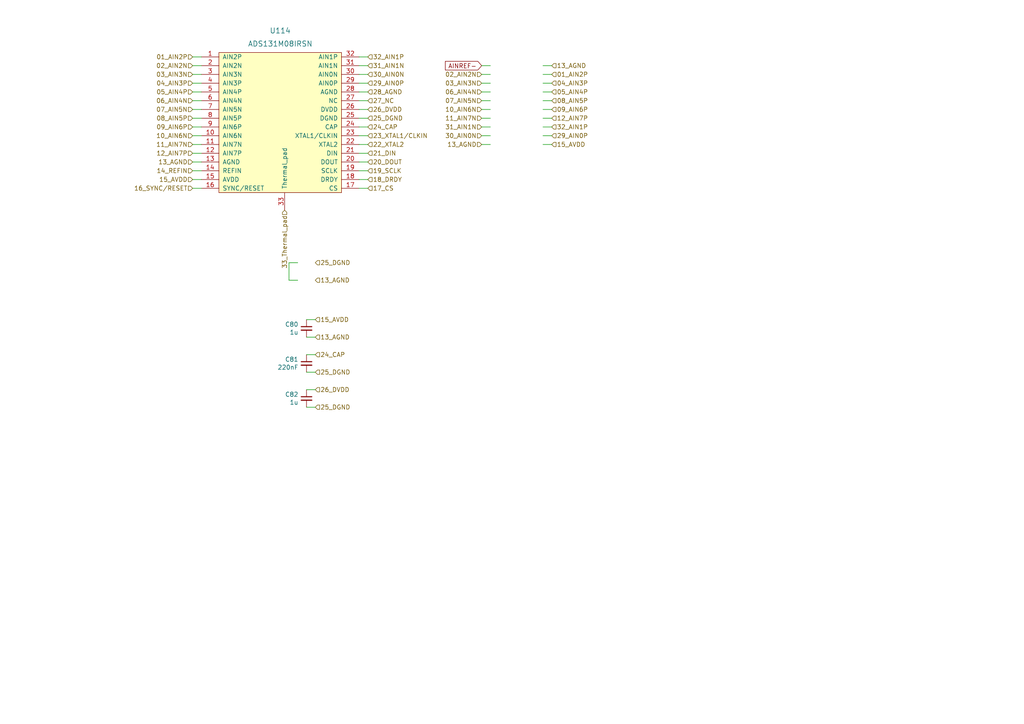
<source format=kicad_sch>
(kicad_sch (version 20210621) (generator eeschema)
  (paper "A4")
  (lib_symbols
    (symbol "FreeEEG32-ads131-rescue:C_Small-Device" (pin_numbers hide) (pin_names (offset 0.254) hide)
      (property "Reference" "C" (at 0.254 1.778 0))
      (property "Value" "C_Small-Device" (at 0.254 -2.032 0))
      (symbol "C_Small-Device_0_1"
        (polyline (pts (xy -1.524 -0.508) (xy 1.524 -0.508)) (stroke (width 0.3302)))
        (polyline (pts (xy -1.524 0.508) (xy 1.524 0.508)) (stroke (width 0.3048)))
      )
      (symbol "C_Small-Device_1_1"
        (pin passive line (at 0 2.54 270) (length 2.032) (name "~") (number "1"))
        (pin passive line (at 0 -2.54 90) (length 2.032) (name "~") (number "2"))
      )
    )
    (symbol "ads131:ADS131M08IPBS" (pin_names (offset 1.016))
      (property "Reference" "U?" (at -1.27 44.45 0))
      (property "Value" "ADS131M08IPBS" (at -1.27 40.64 0))
      (symbol "ADS131M08IPBS_0_1"
        (rectangle (start -19.05 39.37) (end 16.51 -1.27) (fill (type background)))
      )
      (symbol "ADS131M08IPBS_1_1"
        (pin input line (at -24.13 38.1 0) (length 5.08) (name "AIN2P") (number "1"))
        (pin input line (at -24.13 15.24 0) (length 5.08) (name "AIN6N") (number "10"))
        (pin input line (at -24.13 12.7 0) (length 5.08) (name "AIN7N") (number "11"))
        (pin input line (at -24.13 10.16 0) (length 5.08) (name "AIN7P") (number "12"))
        (pin input line (at -24.13 7.62 0) (length 5.08) (name "AGND") (number "13"))
        (pin input line (at -24.13 5.08 0) (length 5.08) (name "REFIN") (number "14"))
        (pin input line (at -24.13 2.54 0) (length 5.08) (name "AVDD") (number "15"))
        (pin input line (at -24.13 0 0) (length 5.08) (name "SYNC/RESET") (number "16"))
        (pin input line (at 21.59 0 180) (length 5.08) (name "CS") (number "17"))
        (pin input line (at 21.59 2.54 180) (length 5.08) (name "DRDY") (number "18"))
        (pin input line (at 21.59 5.08 180) (length 5.08) (name "SCLK") (number "19"))
        (pin input line (at -24.13 35.56 0) (length 5.08) (name "AIN2N") (number "2"))
        (pin input line (at 21.59 7.62 180) (length 5.08) (name "DOUT") (number "20"))
        (pin input line (at 21.59 10.16 180) (length 5.08) (name "DIN") (number "21"))
        (pin input line (at 21.59 12.7 180) (length 5.08) (name "XTAL2") (number "22"))
        (pin input line (at 21.59 15.24 180) (length 5.08) (name "XTAL1/CLKIN") (number "23"))
        (pin input line (at 21.59 17.78 180) (length 5.08) (name "CAP") (number "24"))
        (pin input line (at 21.59 20.32 180) (length 5.08) (name "DGND") (number "25"))
        (pin input line (at 21.59 22.86 180) (length 5.08) (name "DVDD") (number "26"))
        (pin input line (at 21.59 25.4 180) (length 5.08) (name "NC") (number "27"))
        (pin input line (at 21.59 27.94 180) (length 5.08) (name "AGND") (number "28"))
        (pin input line (at 21.59 30.48 180) (length 5.08) (name "AIN0P") (number "29"))
        (pin input line (at -24.13 33.02 0) (length 5.08) (name "AIN3N") (number "3"))
        (pin input line (at 21.59 33.02 180) (length 5.08) (name "AIN0N") (number "30"))
        (pin input line (at 21.59 35.56 180) (length 5.08) (name "AIN1N") (number "31"))
        (pin input line (at 21.59 38.1 180) (length 5.08) (name "AIN1P") (number "32"))
        (pin input line (at 0 -6.35 90) (length 5.08) (name "Thermal_pad") (number "33"))
        (pin input line (at -24.13 30.48 0) (length 5.08) (name "AIN3P") (number "4"))
        (pin input line (at -24.13 27.94 0) (length 5.08) (name "AIN4P") (number "5"))
        (pin input line (at -24.13 25.4 0) (length 5.08) (name "AIN4N") (number "6"))
        (pin input line (at -24.13 22.86 0) (length 5.08) (name "AIN5N") (number "7"))
        (pin input line (at -24.13 20.32 0) (length 5.08) (name "AIN5P") (number "8"))
        (pin input line (at -24.13 17.78 0) (length 5.08) (name "AIN6P") (number "9"))
      )
    )
  )
  (wire (pts (xy 55.88 16.51) (xy 58.42 16.51)))
  (wire (pts (xy 55.88 19.05) (xy 58.42 19.05)))
  (wire (pts (xy 55.88 21.59) (xy 58.42 21.59)))
  (wire (pts (xy 55.88 24.13) (xy 58.42 24.13)))
  (wire (pts (xy 55.88 29.21) (xy 58.42 29.21)))
  (wire (pts (xy 55.88 31.75) (xy 58.42 31.75)))
  (wire (pts (xy 55.88 34.29) (xy 58.42 34.29)))
  (wire (pts (xy 55.88 36.83) (xy 58.42 36.83)))
  (wire (pts (xy 55.88 39.37) (xy 58.42 39.37)))
  (wire (pts (xy 55.88 41.91) (xy 58.42 41.91)))
  (wire (pts (xy 55.88 44.45) (xy 58.42 44.45)))
  (wire (pts (xy 55.88 46.99) (xy 58.42 46.99)))
  (wire (pts (xy 55.88 49.53) (xy 58.42 49.53)))
  (wire (pts (xy 55.88 52.07) (xy 58.42 52.07)))
  (wire (pts (xy 55.88 54.61) (xy 58.42 54.61)))
  (wire (pts (xy 58.42 26.67) (xy 55.88 26.67)))
  (wire (pts (xy 83.82 76.2) (xy 83.82 81.28)))
  (wire (pts (xy 83.82 81.28) (xy 86.36 81.28)))
  (wire (pts (xy 86.36 76.2) (xy 83.82 76.2)))
  (wire (pts (xy 91.44 92.71) (xy 88.9 92.71)))
  (wire (pts (xy 91.44 97.79) (xy 88.9 97.79)))
  (wire (pts (xy 91.44 102.87) (xy 88.9 102.87)))
  (wire (pts (xy 91.44 107.95) (xy 88.9 107.95)))
  (wire (pts (xy 91.44 113.03) (xy 88.9 113.03)))
  (wire (pts (xy 91.44 118.11) (xy 88.9 118.11)))
  (wire (pts (xy 104.14 16.51) (xy 106.68 16.51)))
  (wire (pts (xy 104.14 19.05) (xy 106.68 19.05)))
  (wire (pts (xy 104.14 21.59) (xy 106.68 21.59)))
  (wire (pts (xy 104.14 24.13) (xy 106.68 24.13)))
  (wire (pts (xy 104.14 29.21) (xy 106.68 29.21)))
  (wire (pts (xy 104.14 31.75) (xy 106.68 31.75)))
  (wire (pts (xy 104.14 34.29) (xy 106.68 34.29)))
  (wire (pts (xy 104.14 36.83) (xy 106.68 36.83)))
  (wire (pts (xy 104.14 39.37) (xy 106.68 39.37)))
  (wire (pts (xy 104.14 41.91) (xy 106.68 41.91)))
  (wire (pts (xy 104.14 44.45) (xy 106.68 44.45)))
  (wire (pts (xy 104.14 46.99) (xy 106.68 46.99)))
  (wire (pts (xy 104.14 49.53) (xy 106.68 49.53)))
  (wire (pts (xy 104.14 52.07) (xy 106.68 52.07)))
  (wire (pts (xy 104.14 54.61) (xy 106.68 54.61)))
  (wire (pts (xy 106.68 26.67) (xy 104.14 26.67)))
  (wire (pts (xy 139.7 21.59) (xy 142.24 21.59)))
  (wire (pts (xy 139.7 24.13) (xy 142.24 24.13)))
  (wire (pts (xy 139.7 26.67) (xy 142.24 26.67)))
  (wire (pts (xy 139.7 29.21) (xy 142.24 29.21)))
  (wire (pts (xy 139.7 31.75) (xy 142.24 31.75)))
  (wire (pts (xy 139.7 34.29) (xy 142.24 34.29)))
  (wire (pts (xy 139.7 36.83) (xy 142.24 36.83)))
  (wire (pts (xy 139.7 39.37) (xy 142.24 39.37)))
  (wire (pts (xy 142.24 19.05) (xy 139.7 19.05)))
  (wire (pts (xy 142.24 41.91) (xy 139.7 41.91)))
  (wire (pts (xy 160.02 19.05) (xy 157.48 19.05)))
  (wire (pts (xy 160.02 21.59) (xy 157.48 21.59)))
  (wire (pts (xy 160.02 24.13) (xy 157.48 24.13)))
  (wire (pts (xy 160.02 26.67) (xy 157.48 26.67)))
  (wire (pts (xy 160.02 29.21) (xy 157.48 29.21)))
  (wire (pts (xy 160.02 31.75) (xy 157.48 31.75)))
  (wire (pts (xy 160.02 34.29) (xy 157.48 34.29)))
  (wire (pts (xy 160.02 36.83) (xy 157.48 36.83)))
  (wire (pts (xy 160.02 39.37) (xy 157.48 39.37)))
  (wire (pts (xy 160.02 41.91) (xy 157.48 41.91)))
  (global_label "AINREF-" (shape input) (at 139.7 19.05 180) (property "Intersheet References" "${INTERSHEET_REFS}" (effects hide)))
  (hierarchical_label "01_AIN2P" (shape input) (at 55.88 16.51 180))
  (hierarchical_label "02_AIN2N" (shape input) (at 55.88 19.05 180))
  (hierarchical_label "03_AIN3N" (shape input) (at 55.88 21.59 180))
  (hierarchical_label "04_AIN3P" (shape input) (at 55.88 24.13 180))
  (hierarchical_label "05_AIN4P" (shape input) (at 55.88 26.67 180))
  (hierarchical_label "06_AIN4N" (shape input) (at 55.88 29.21 180))
  (hierarchical_label "07_AIN5N" (shape input) (at 55.88 31.75 180))
  (hierarchical_label "08_AIN5P" (shape input) (at 55.88 34.29 180))
  (hierarchical_label "09_AIN6P" (shape input) (at 55.88 36.83 180))
  (hierarchical_label "10_AIN6N" (shape input) (at 55.88 39.37 180))
  (hierarchical_label "11_AIN7N" (shape input) (at 55.88 41.91 180))
  (hierarchical_label "12_AIN7P" (shape input) (at 55.88 44.45 180))
  (hierarchical_label "13_AGND" (shape input) (at 55.88 46.99 180))
  (hierarchical_label "14_REFIN" (shape input) (at 55.88 49.53 180))
  (hierarchical_label "15_AVDD" (shape input) (at 55.88 52.07 180))
  (hierarchical_label "16_SYNC{slash}RESET" (shape input) (at 55.88 54.61 180))
  (hierarchical_label "33_Thermal_pad" (shape input) (at 82.55 60.96 270))
  (hierarchical_label "25_DGND" (shape input) (at 91.44 76.2 0))
  (hierarchical_label "13_AGND" (shape input) (at 91.44 81.28 0))
  (hierarchical_label "15_AVDD" (shape input) (at 91.44 92.71 0))
  (hierarchical_label "13_AGND" (shape input) (at 91.44 97.79 0))
  (hierarchical_label "24_CAP" (shape input) (at 91.44 102.87 0))
  (hierarchical_label "25_DGND" (shape input) (at 91.44 107.95 0))
  (hierarchical_label "26_DVDD" (shape input) (at 91.44 113.03 0))
  (hierarchical_label "25_DGND" (shape input) (at 91.44 118.11 0))
  (hierarchical_label "32_AIN1P" (shape input) (at 106.68 16.51 0))
  (hierarchical_label "31_AIN1N" (shape input) (at 106.68 19.05 0))
  (hierarchical_label "30_AIN0N" (shape input) (at 106.68 21.59 0))
  (hierarchical_label "29_AIN0P" (shape input) (at 106.68 24.13 0))
  (hierarchical_label "28_AGND" (shape input) (at 106.68 26.67 0))
  (hierarchical_label "27_NC" (shape input) (at 106.68 29.21 0))
  (hierarchical_label "26_DVDD" (shape input) (at 106.68 31.75 0))
  (hierarchical_label "25_DGND" (shape input) (at 106.68 34.29 0))
  (hierarchical_label "24_CAP" (shape input) (at 106.68 36.83 0))
  (hierarchical_label "23_XTAL1{slash}CLKIN" (shape input) (at 106.68 39.37 0))
  (hierarchical_label "22_XTAL2" (shape input) (at 106.68 41.91 0))
  (hierarchical_label "21_DIN" (shape input) (at 106.68 44.45 0))
  (hierarchical_label "20_DOUT" (shape input) (at 106.68 46.99 0))
  (hierarchical_label "19_SCLK" (shape input) (at 106.68 49.53 0))
  (hierarchical_label "18_DRDY" (shape input) (at 106.68 52.07 0))
  (hierarchical_label "17_CS" (shape input) (at 106.68 54.61 0))
  (hierarchical_label "02_AIN2N" (shape input) (at 139.7 21.59 180))
  (hierarchical_label "03_AIN3N" (shape input) (at 139.7 24.13 180))
  (hierarchical_label "06_AIN4N" (shape input) (at 139.7 26.67 180))
  (hierarchical_label "07_AIN5N" (shape input) (at 139.7 29.21 180))
  (hierarchical_label "10_AIN6N" (shape input) (at 139.7 31.75 180))
  (hierarchical_label "11_AIN7N" (shape input) (at 139.7 34.29 180))
  (hierarchical_label "31_AIN1N" (shape input) (at 139.7 36.83 180))
  (hierarchical_label "30_AIN0N" (shape input) (at 139.7 39.37 180))
  (hierarchical_label "13_AGND" (shape input) (at 139.7 41.91 180))
  (hierarchical_label "13_AGND" (shape input) (at 160.02 19.05 0))
  (hierarchical_label "01_AIN2P" (shape input) (at 160.02 21.59 0))
  (hierarchical_label "04_AIN3P" (shape input) (at 160.02 24.13 0))
  (hierarchical_label "05_AIN4P" (shape input) (at 160.02 26.67 0))
  (hierarchical_label "08_AIN5P" (shape input) (at 160.02 29.21 0))
  (hierarchical_label "09_AIN6P" (shape input) (at 160.02 31.75 0))
  (hierarchical_label "12_AIN7P" (shape input) (at 160.02 34.29 0))
  (hierarchical_label "32_AIN1P" (shape input) (at 160.02 36.83 0))
  (hierarchical_label "29_AIN0P" (shape input) (at 160.02 39.37 0))
  (hierarchical_label "15_AVDD" (shape input) (at 160.02 41.91 0))
  (symbol (lib_id "FreeEEG32-ads131-rescue:C_Small-Device") (at 88.9 95.25 0) (mirror y) (unit 1)
    (property "Reference" "C80" (at 86.5632 94.0816 0) (effects (justify left)))
    (property "Value" "1u" (at 86.5632 96.393 0) (effects (justify left)))
    (property "Footprint" "Capacitor_SMD:C_0402_1005Metric" (effects hide))
    (property "Datasheet" "C0G" (effects hide))
    (property "MNP" "CL05A105KO5NNNC" (effects hide))
  )
  (symbol (lib_id "FreeEEG32-ads131-rescue:C_Small-Device") (at 88.9 105.41 0) (mirror y) (unit 1)
    (property "Reference" "C81" (at 86.5632 104.2416 0) (effects (justify left)))
    (property "Value" "220nF" (at 86.5632 106.553 0) (effects (justify left)))
    (property "Footprint" "Capacitor_SMD:C_0402_1005Metric" (effects hide))
    (property "Datasheet" "X7R, not Y5V" (effects hide))
    (property "MNP" "CL05A105KO5NNNC" (effects hide))
  )
  (symbol (lib_id "FreeEEG32-ads131-rescue:C_Small-Device") (at 88.9 115.57 0) (mirror y) (unit 1)
    (property "Reference" "C82" (at 86.5632 114.4016 0) (effects (justify left)))
    (property "Value" "1u" (at 86.5632 116.713 0) (effects (justify left)))
    (property "Footprint" "Capacitor_SMD:C_0402_1005Metric" (effects hide))
    (property "Datasheet" "X7R, not Y5V" (effects hide))
    (property "MNP" "CL05A105KO5NNNC" (effects hide))
  )
  (symbol (lib_id "ads131:ADS131M08IPBS") (at 82.55 54.61 0) (unit 1)
    (property "Reference" "U114" (at 81.28 8.89 0) (effects (font (size 1.524 1.524))))
    (property "Value" "ADS131M08IRSN" (at 81.28 12.7 0) (effects (font (size 1.524 1.524))))
    (property "Footprint" "Package_DFN_QFN:QFN-32-1EP_4x4mm_P0.4mm_EP2.65x2.65mm_ThermalVias" (effects hide))
    (property "MNP" "AD7771BCPZ" (effects hide))
    (property "Manufacturer" "Analog Devices" (effects hide))
  )
)
</source>
